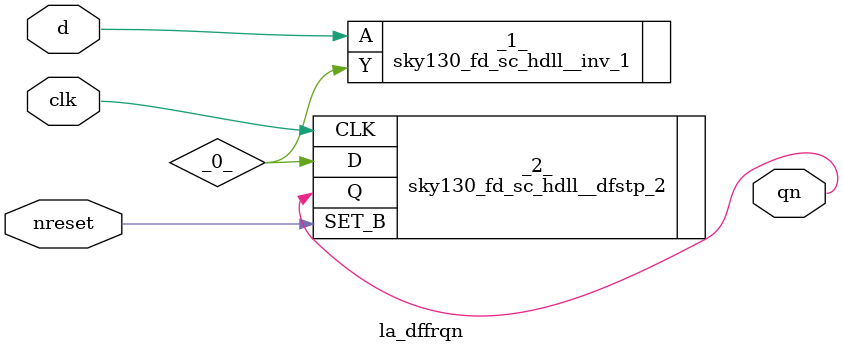
<source format=v>

/* Generated by Yosys 0.37 (git sha1 a5c7f69ed, clang 14.0.0-1ubuntu1.1 -fPIC -Os) */

module la_dffrqn(d, clk, nreset, qn);
  wire _0_;
  input clk;
  wire clk;
  input d;
  wire d;
  input nreset;
  wire nreset;
  output qn;
  wire qn;
  sky130_fd_sc_hdll__inv_1 _1_ (
    .A(d),
    .Y(_0_)
  );
  sky130_fd_sc_hdll__dfstp_2 _2_ (
    .CLK(clk),
    .D(_0_),
    .Q(qn),
    .SET_B(nreset)
  );
endmodule

</source>
